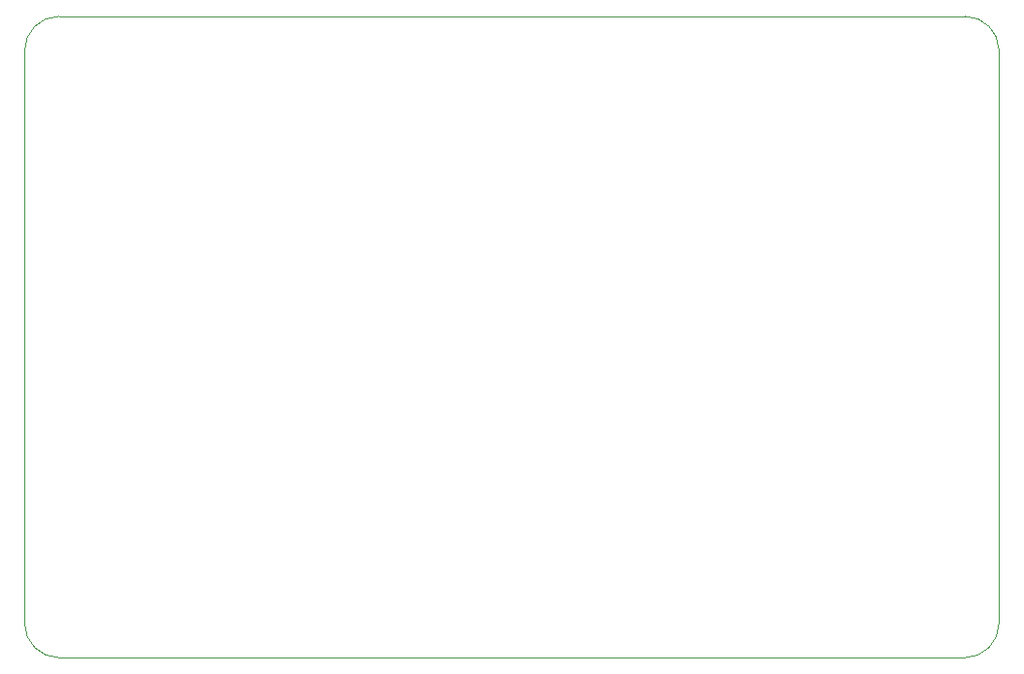
<source format=gbr>
G04 #@! TF.GenerationSoftware,KiCad,Pcbnew,(6.0.5)*
G04 #@! TF.CreationDate,2022-05-29T11:52:24+01:00*
G04 #@! TF.ProjectId,Econet_AtoMMC,45636f6e-6574-45f4-9174-6f4d4d432e6b,01*
G04 #@! TF.SameCoordinates,Original*
G04 #@! TF.FileFunction,Profile,NP*
%FSLAX46Y46*%
G04 Gerber Fmt 4.6, Leading zero omitted, Abs format (unit mm)*
G04 Created by KiCad (PCBNEW (6.0.5)) date 2022-05-29 11:52:24*
%MOMM*%
%LPD*%
G01*
G04 APERTURE LIST*
G04 #@! TA.AperFunction,Profile*
%ADD10C,0.050000*%
G04 #@! TD*
G04 APERTURE END LIST*
D10*
X174915000Y-59055000D02*
G75*
G03*
X171915000Y-56055000I-3000000J0D01*
G01*
X92915000Y-56055000D02*
G75*
G03*
X89915000Y-59055000I0J-3000000D01*
G01*
X89915000Y-109055000D02*
G75*
G03*
X92915000Y-112055000I3000000J0D01*
G01*
X89915000Y-109055000D02*
X89915000Y-59055000D01*
X171915000Y-112055000D02*
G75*
G03*
X174915000Y-109055000I0J3000000D01*
G01*
X92915000Y-56055000D02*
X171915000Y-56055000D01*
X174915000Y-59055000D02*
X174915000Y-109055000D01*
X171915000Y-112055000D02*
X92915000Y-112055000D01*
M02*

</source>
